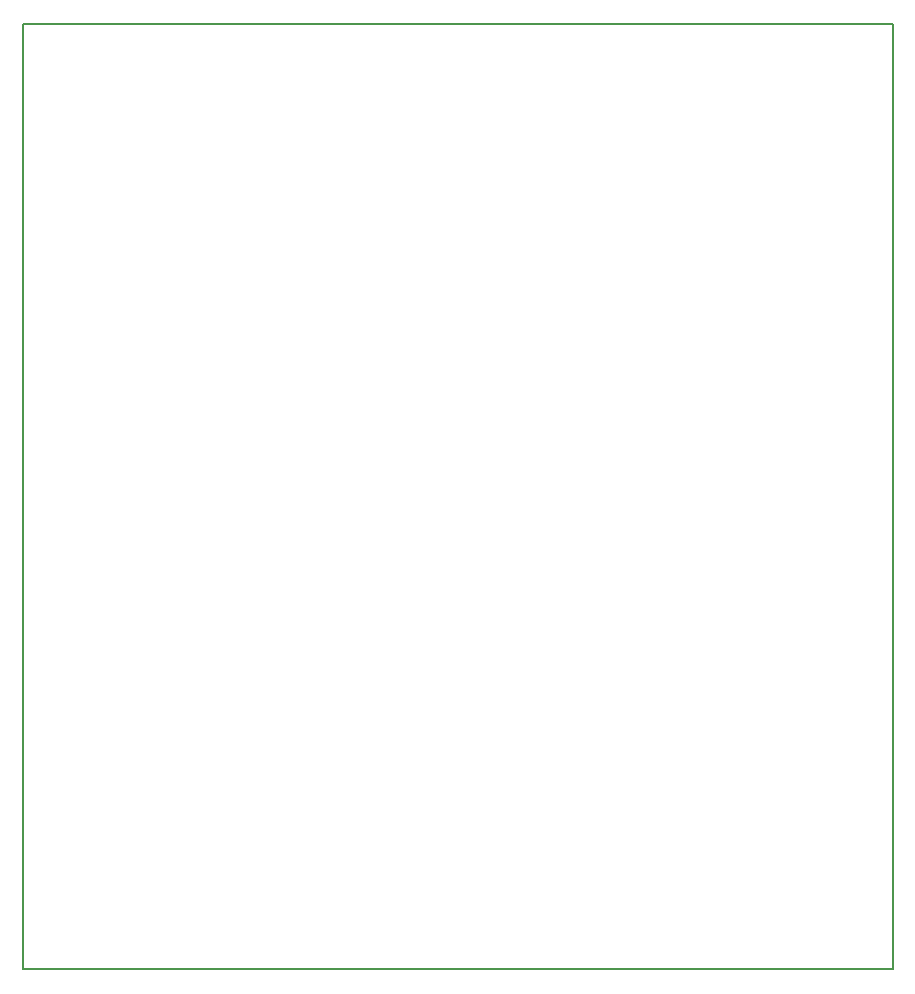
<source format=gko>
G04 #@! TF.GenerationSoftware,KiCad,Pcbnew,5.0.2+dfsg1-1*
G04 #@! TF.CreationDate,2019-07-29T21:28:13+02:00*
G04 #@! TF.ProjectId,Program-Counter,50726f67-7261-46d2-9d43-6f756e746572,rev?*
G04 #@! TF.SameCoordinates,Original*
G04 #@! TF.FileFunction,Profile,NP*
%FSLAX46Y46*%
G04 Gerber Fmt 4.6, Leading zero omitted, Abs format (unit mm)*
G04 Created by KiCad (PCBNEW 5.0.2+dfsg1-1) date ma 29 jul 2019 21:28:13 CEST*
%MOMM*%
%LPD*%
G01*
G04 APERTURE LIST*
%ADD10C,0.150000*%
G04 APERTURE END LIST*
D10*
X27305000Y-97155000D02*
X27305000Y-17145000D01*
X100965000Y-97155000D02*
X27305000Y-97155000D01*
X100965000Y-17145000D02*
X100965000Y-97155000D01*
X27305000Y-17145000D02*
X100965000Y-17145000D01*
M02*

</source>
